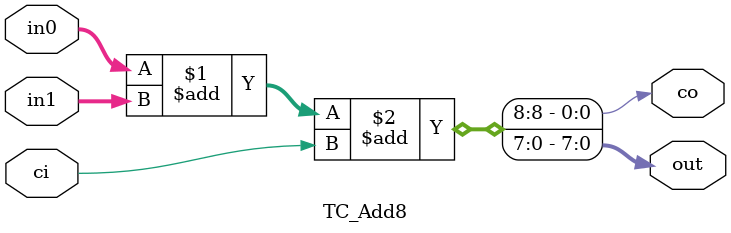
<source format=v>
module TC_Add8 (in0, in1, ci, out, co);
    input [7:0] in0;
    input [7:0] in1;
    input ci;
    output [7:0] out;
    output co;

    assign {co, out} = in0 + in1 + ci;
endmodule


</source>
